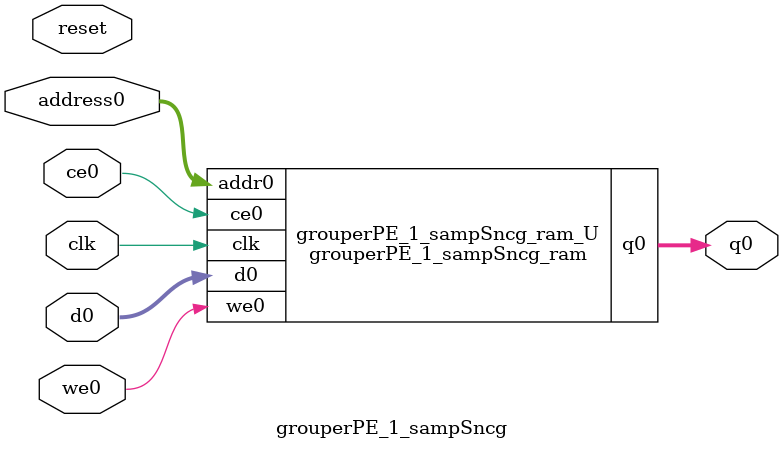
<source format=v>

`timescale 1 ns / 1 ps
module grouperPE_1_sampSncg_ram (addr0, ce0, d0, we0, q0,  clk);

parameter DWIDTH = 32;
parameter AWIDTH = 4;
parameter MEM_SIZE = 16;

input[AWIDTH-1:0] addr0;
input ce0;
input[DWIDTH-1:0] d0;
input we0;
output reg[DWIDTH-1:0] q0;
input clk;

(* ram_style = "distributed" *)reg [DWIDTH-1:0] ram[0:MEM_SIZE-1];




always @(posedge clk)  
begin 
    if (ce0) 
    begin
        if (we0) 
        begin 
            ram[addr0] <= d0; 
            q0 <= d0;
        end 
        else 
            q0 <= ram[addr0];
    end
end


endmodule


`timescale 1 ns / 1 ps
module grouperPE_1_sampSncg(
    reset,
    clk,
    address0,
    ce0,
    we0,
    d0,
    q0);

parameter DataWidth = 32'd32;
parameter AddressRange = 32'd16;
parameter AddressWidth = 32'd4;
input reset;
input clk;
input[AddressWidth - 1:0] address0;
input ce0;
input we0;
input[DataWidth - 1:0] d0;
output[DataWidth - 1:0] q0;



grouperPE_1_sampSncg_ram grouperPE_1_sampSncg_ram_U(
    .clk( clk ),
    .addr0( address0 ),
    .ce0( ce0 ),
    .we0( we0 ),
    .d0( d0 ),
    .q0( q0 ));

endmodule


</source>
